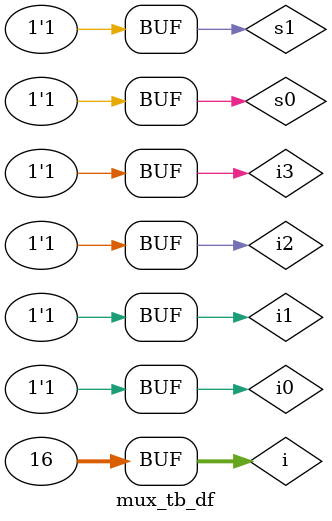
<source format=v>
module mux41_df(i0,i1,i2,i3,s1,s0,out);
    input i0,i1,i2,i3,s1,s0;
    output out;
    assign out = (~s1 & ~s0 & i0) | (~s1 & s0 & i1) | (s1 & ~s0 & i2) | (s1 & s0 & i3);
endmodule

module mux_tb_df;
    reg i0,i1,i2,i3,s1,s0;
    wire out;
    integer i;
    mux41_df mux41_df_inst(i0,i1,i2,i3,s1,s0,out);
    initial begin
        for (i=0; i<=15; i=i+1) 
            begin
                {i0,i1,i2,i3} = i;
                {s1, s0} = 2'b00; #1;
                {s1, s0} = 2'b01; #1;
                {s1, s0} = 2'b10; #1;
                {s1, s0} = 2'b11; #1;
            end
    end
endmodule
</source>
